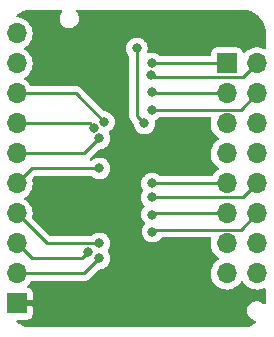
<source format=gbr>
%TF.GenerationSoftware,KiCad,Pcbnew,(6.0.9)*%
%TF.CreationDate,2022-12-02T16:15:21-08:00*%
%TF.ProjectId,Byte4066,42797465-3430-4363-962e-6b696361645f,rev?*%
%TF.SameCoordinates,Original*%
%TF.FileFunction,Copper,L2,Bot*%
%TF.FilePolarity,Positive*%
%FSLAX46Y46*%
G04 Gerber Fmt 4.6, Leading zero omitted, Abs format (unit mm)*
G04 Created by KiCad (PCBNEW (6.0.9)) date 2022-12-02 16:15:21*
%MOMM*%
%LPD*%
G01*
G04 APERTURE LIST*
%TA.AperFunction,ComponentPad*%
%ADD10R,1.700000X1.700000*%
%TD*%
%TA.AperFunction,ComponentPad*%
%ADD11O,1.700000X1.700000*%
%TD*%
%TA.AperFunction,ViaPad*%
%ADD12C,0.800000*%
%TD*%
%TA.AperFunction,Conductor*%
%ADD13C,0.250000*%
%TD*%
G04 APERTURE END LIST*
D10*
%TO.P,J2,1,Pin_1*%
%TO.N,/7A*%
X152400000Y-91440000D03*
D11*
%TO.P,J2,2,Pin_2*%
%TO.N,/7B*%
X154940000Y-91440000D03*
%TO.P,J2,3,Pin_3*%
%TO.N,/6A*%
X152400000Y-93980000D03*
%TO.P,J2,4,Pin_4*%
%TO.N,/6B*%
X154940000Y-93980000D03*
%TO.P,J2,5,Pin_5*%
%TO.N,/5A*%
X152400000Y-96520000D03*
%TO.P,J2,6,Pin_6*%
%TO.N,/5B*%
X154940000Y-96520000D03*
%TO.P,J2,7,Pin_7*%
%TO.N,/4A*%
X152400000Y-99060000D03*
%TO.P,J2,8,Pin_8*%
%TO.N,/4B*%
X154940000Y-99060000D03*
%TO.P,J2,9,Pin_9*%
%TO.N,/3A*%
X152400000Y-101600000D03*
%TO.P,J2,10,Pin_10*%
%TO.N,/3B*%
X154940000Y-101600000D03*
%TO.P,J2,11,Pin_11*%
%TO.N,/2A*%
X152400000Y-104140000D03*
%TO.P,J2,12,Pin_12*%
%TO.N,/2B*%
X154940000Y-104140000D03*
%TO.P,J2,13,Pin_13*%
%TO.N,/1A*%
X152400000Y-106680000D03*
%TO.P,J2,14,Pin_14*%
%TO.N,/1B*%
X154940000Y-106680000D03*
%TO.P,J2,15,Pin_15*%
%TO.N,/0A*%
X152400000Y-109220000D03*
%TO.P,J2,16,Pin_16*%
%TO.N,/0B*%
X154940000Y-109220000D03*
%TD*%
D10*
%TO.P,J1,1,Pin_1*%
%TO.N,GND*%
X134595000Y-111760000D03*
D11*
%TO.P,J1,2,Pin_2*%
%TO.N,/P0*%
X134595000Y-109220000D03*
%TO.P,J1,3,Pin_3*%
%TO.N,/P1*%
X134595000Y-106680000D03*
%TO.P,J1,4,Pin_4*%
%TO.N,/P2*%
X134595000Y-104140000D03*
%TO.P,J1,5,Pin_5*%
%TO.N,/P3*%
X134595000Y-101600000D03*
%TO.P,J1,6,Pin_6*%
%TO.N,/P4*%
X134595000Y-99060000D03*
%TO.P,J1,7,Pin_7*%
%TO.N,/P5*%
X134595000Y-96520000D03*
%TO.P,J1,8,Pin_8*%
%TO.N,/P6*%
X134595000Y-93980000D03*
%TO.P,J1,9,Pin_9*%
%TO.N,/P7*%
X134595000Y-91440000D03*
%TO.P,J1,10,Pin_10*%
%TO.N,VCC*%
X134595000Y-88900000D03*
%TD*%
D12*
%TO.N,/P3*%
X141605000Y-100330000D03*
%TO.N,/P6*%
X142004594Y-96387714D03*
%TO.N,/P4*%
X141605000Y-97790000D03*
%TO.N,/P5*%
X141131561Y-96874355D03*
%TO.N,VCC*%
X145415000Y-96520000D03*
X144780000Y-90170000D03*
%TO.N,/P1*%
X140683601Y-107413690D03*
%TO.N,/P2*%
X141605000Y-106680000D03*
%TO.N,/P0*%
X141605000Y-107950000D03*
%TO.N,/3A*%
X146050000Y-101600000D03*
%TO.N,/3B*%
X146050000Y-102780500D03*
%TO.N,/2A*%
X146050000Y-104229500D03*
%TO.N,/2B*%
X146099118Y-105678500D03*
%TO.N,/7A*%
X146050000Y-91440000D03*
%TO.N,/7B*%
X146000882Y-92441500D03*
%TO.N,/6A*%
X146050000Y-93890500D03*
%TO.N,/6B*%
X146050000Y-95339500D03*
%TD*%
D13*
%TO.N,/P5*%
X140777206Y-96520000D02*
X141131561Y-96874355D01*
%TO.N,/P6*%
X139596880Y-93980000D02*
X142004594Y-96387714D01*
X134595000Y-93980000D02*
X139596880Y-93980000D01*
%TO.N,/P5*%
X134595000Y-96520000D02*
X140777206Y-96520000D01*
%TO.N,/P1*%
X140147291Y-107950000D02*
X140683601Y-107413690D01*
X135865000Y-107950000D02*
X140147291Y-107950000D01*
X134595000Y-106680000D02*
X135865000Y-107950000D01*
%TO.N,/P3*%
X135865000Y-100330000D02*
X134595000Y-101600000D01*
X141605000Y-100330000D02*
X135865000Y-100330000D01*
%TO.N,/7A*%
X146050000Y-91440000D02*
X152400000Y-91440000D01*
%TO.N,/7B*%
X146000882Y-92441500D02*
X146174382Y-92615000D01*
X146174382Y-92615000D02*
X153765000Y-92615000D01*
X153765000Y-92615000D02*
X154940000Y-91440000D01*
%TO.N,/6A*%
X146050000Y-93890500D02*
X146139500Y-93980000D01*
X146139500Y-93980000D02*
X152400000Y-93980000D01*
%TO.N,/6B*%
X146050000Y-95339500D02*
X153580500Y-95339500D01*
X153580500Y-95339500D02*
X154940000Y-93980000D01*
%TO.N,/3A*%
X146050000Y-101600000D02*
X152400000Y-101600000D01*
%TO.N,/3B*%
X146050000Y-102780500D02*
X153759500Y-102780500D01*
X153759500Y-102780500D02*
X154940000Y-101600000D01*
%TO.N,/2A*%
X146050000Y-104229500D02*
X146139500Y-104140000D01*
X146139500Y-104140000D02*
X152400000Y-104140000D01*
%TO.N,/2B*%
X146099118Y-105678500D02*
X146272618Y-105505000D01*
X153575000Y-105505000D02*
X154940000Y-104140000D01*
X146272618Y-105505000D02*
X153575000Y-105505000D01*
%TO.N,/P4*%
X140335000Y-99060000D02*
X134595000Y-99060000D01*
X141605000Y-97790000D02*
X140335000Y-99060000D01*
%TO.N,/7B*%
X146179882Y-92620500D02*
X146000882Y-92441500D01*
%TO.N,VCC*%
X145415000Y-96520000D02*
X144780000Y-95885000D01*
X144780000Y-95885000D02*
X144780000Y-90170000D01*
%TO.N,/2B*%
X146278118Y-105499500D02*
X146099118Y-105678500D01*
%TO.N,/P2*%
X137135000Y-106680000D02*
X134595000Y-104140000D01*
X141605000Y-106680000D02*
X137135000Y-106680000D01*
%TO.N,/P0*%
X134595000Y-109220000D02*
X140335000Y-109220000D01*
X140335000Y-109220000D02*
X141605000Y-107950000D01*
%TD*%
%TA.AperFunction,Conductor*%
%TO.N,GND*%
G36*
X138418841Y-86888502D02*
G01*
X138465334Y-86942158D01*
X138475438Y-87012432D01*
X138445944Y-87077012D01*
X138437301Y-87086041D01*
X138431877Y-87091170D01*
X138330940Y-87239694D01*
X138264252Y-87406427D01*
X138263138Y-87413157D01*
X138263137Y-87413160D01*
X138238787Y-87560246D01*
X138234922Y-87583591D01*
X138235279Y-87590407D01*
X138235279Y-87590411D01*
X138238774Y-87657095D01*
X138244321Y-87762921D01*
X138292008Y-87936049D01*
X138375760Y-88094898D01*
X138491668Y-88232058D01*
X138497091Y-88236205D01*
X138497093Y-88236206D01*
X138628905Y-88336984D01*
X138628909Y-88336987D01*
X138634326Y-88341128D01*
X138640506Y-88344010D01*
X138640508Y-88344011D01*
X138790900Y-88414140D01*
X138790903Y-88414141D01*
X138797077Y-88417020D01*
X138803725Y-88418506D01*
X138803728Y-88418507D01*
X138967290Y-88455067D01*
X138967291Y-88455067D01*
X138972328Y-88456193D01*
X138977819Y-88456500D01*
X139109866Y-88456500D01*
X139243525Y-88441980D01*
X139326251Y-88414140D01*
X139407257Y-88386879D01*
X139407259Y-88386878D01*
X139413722Y-88384703D01*
X139567648Y-88292214D01*
X139572610Y-88287522D01*
X139693165Y-88173519D01*
X139693167Y-88173517D01*
X139698123Y-88168830D01*
X139799060Y-88020306D01*
X139865748Y-87853573D01*
X139880892Y-87762101D01*
X139893963Y-87683146D01*
X139893963Y-87683143D01*
X139895078Y-87676409D01*
X139894133Y-87658362D01*
X139886036Y-87503892D01*
X139885679Y-87497079D01*
X139837992Y-87323951D01*
X139754240Y-87165102D01*
X139730506Y-87137016D01*
X139678798Y-87075827D01*
X139650107Y-87010886D01*
X139661080Y-86940742D01*
X139708234Y-86887667D01*
X139775037Y-86868500D01*
X153620633Y-86868500D01*
X153640018Y-86870000D01*
X153654851Y-86872310D01*
X153654855Y-86872310D01*
X153663724Y-86873691D01*
X153672626Y-86872527D01*
X153672629Y-86872527D01*
X153680012Y-86871561D01*
X153704591Y-86870767D01*
X153731442Y-86872527D01*
X153926922Y-86885340D01*
X153943262Y-86887491D01*
X154065477Y-86911801D01*
X154187696Y-86936112D01*
X154203606Y-86940375D01*
X154439600Y-87020484D01*
X154454826Y-87026791D01*
X154678342Y-87137016D01*
X154692616Y-87145257D01*
X154899829Y-87283713D01*
X154912905Y-87293746D01*
X155100278Y-87458068D01*
X155111932Y-87469722D01*
X155276254Y-87657095D01*
X155286287Y-87670171D01*
X155424743Y-87877384D01*
X155432984Y-87891658D01*
X155543209Y-88115174D01*
X155549515Y-88130398D01*
X155629625Y-88366394D01*
X155633888Y-88382304D01*
X155645325Y-88439802D01*
X155682509Y-88626738D01*
X155684660Y-88643078D01*
X155698763Y-88858236D01*
X155697733Y-88881350D01*
X155697690Y-88884854D01*
X155696309Y-88893724D01*
X155697473Y-88902626D01*
X155697473Y-88902628D01*
X155700436Y-88925283D01*
X155701500Y-88941621D01*
X155701500Y-90095061D01*
X155681498Y-90163182D01*
X155627842Y-90209675D01*
X155557568Y-90219779D01*
X155514609Y-90205371D01*
X155498789Y-90196638D01*
X155493920Y-90194914D01*
X155493916Y-90194912D01*
X155293087Y-90123795D01*
X155293083Y-90123794D01*
X155288212Y-90122069D01*
X155283119Y-90121162D01*
X155283116Y-90121161D01*
X155073373Y-90083800D01*
X155073367Y-90083799D01*
X155068284Y-90082894D01*
X154994452Y-90081992D01*
X154850081Y-90080228D01*
X154850079Y-90080228D01*
X154844911Y-90080165D01*
X154624091Y-90113955D01*
X154411756Y-90183357D01*
X154213607Y-90286507D01*
X154209474Y-90289610D01*
X154209471Y-90289612D01*
X154039100Y-90417530D01*
X154034965Y-90420635D01*
X153978537Y-90479684D01*
X153954283Y-90505064D01*
X153892759Y-90540494D01*
X153821846Y-90537037D01*
X153764060Y-90495791D01*
X153745207Y-90462243D01*
X153703767Y-90351703D01*
X153700615Y-90343295D01*
X153613261Y-90226739D01*
X153496705Y-90139385D01*
X153360316Y-90088255D01*
X153298134Y-90081500D01*
X151501866Y-90081500D01*
X151439684Y-90088255D01*
X151303295Y-90139385D01*
X151186739Y-90226739D01*
X151099385Y-90343295D01*
X151048255Y-90479684D01*
X151041500Y-90541866D01*
X151041500Y-90680500D01*
X151021498Y-90748621D01*
X150967842Y-90795114D01*
X150915500Y-90806500D01*
X146758200Y-90806500D01*
X146690079Y-90786498D01*
X146670853Y-90770157D01*
X146670580Y-90770460D01*
X146665668Y-90766037D01*
X146661253Y-90761134D01*
X146506752Y-90648882D01*
X146500724Y-90646198D01*
X146500722Y-90646197D01*
X146338319Y-90573891D01*
X146338318Y-90573891D01*
X146332288Y-90571206D01*
X146210331Y-90545283D01*
X146151944Y-90532872D01*
X146151939Y-90532872D01*
X146145487Y-90531500D01*
X145954513Y-90531500D01*
X145948061Y-90532872D01*
X145948056Y-90532872D01*
X145806284Y-90563007D01*
X145735493Y-90557605D01*
X145678861Y-90514788D01*
X145654367Y-90448150D01*
X145660254Y-90400824D01*
X145671502Y-90366206D01*
X145673542Y-90359928D01*
X145674407Y-90351703D01*
X145692814Y-90176565D01*
X145693504Y-90170000D01*
X145673542Y-89980072D01*
X145614527Y-89798444D01*
X145519040Y-89633056D01*
X145491147Y-89602077D01*
X145395675Y-89496045D01*
X145395674Y-89496044D01*
X145391253Y-89491134D01*
X145268311Y-89401811D01*
X145242094Y-89382763D01*
X145242093Y-89382762D01*
X145236752Y-89378882D01*
X145230724Y-89376198D01*
X145230722Y-89376197D01*
X145068319Y-89303891D01*
X145068318Y-89303891D01*
X145062288Y-89301206D01*
X144968887Y-89281353D01*
X144881944Y-89262872D01*
X144881939Y-89262872D01*
X144875487Y-89261500D01*
X144684513Y-89261500D01*
X144678061Y-89262872D01*
X144678056Y-89262872D01*
X144591113Y-89281353D01*
X144497712Y-89301206D01*
X144491682Y-89303891D01*
X144491681Y-89303891D01*
X144329278Y-89376197D01*
X144329276Y-89376198D01*
X144323248Y-89378882D01*
X144317907Y-89382762D01*
X144317906Y-89382763D01*
X144291689Y-89401811D01*
X144168747Y-89491134D01*
X144164326Y-89496044D01*
X144164325Y-89496045D01*
X144068854Y-89602077D01*
X144040960Y-89633056D01*
X143945473Y-89798444D01*
X143886458Y-89980072D01*
X143866496Y-90170000D01*
X143867186Y-90176565D01*
X143885594Y-90351703D01*
X143886458Y-90359928D01*
X143945473Y-90541556D01*
X144040960Y-90706944D01*
X144114137Y-90788215D01*
X144144853Y-90852221D01*
X144146500Y-90872524D01*
X144146500Y-95806233D01*
X144145973Y-95817416D01*
X144144298Y-95824909D01*
X144144547Y-95832835D01*
X144144547Y-95832836D01*
X144146438Y-95892986D01*
X144146500Y-95896945D01*
X144146500Y-95924856D01*
X144146997Y-95928790D01*
X144146997Y-95928791D01*
X144147005Y-95928856D01*
X144147938Y-95940693D01*
X144149327Y-95984889D01*
X144154978Y-96004339D01*
X144158987Y-96023700D01*
X144159961Y-96031406D01*
X144161526Y-96043797D01*
X144164445Y-96051168D01*
X144164445Y-96051170D01*
X144177804Y-96084912D01*
X144181649Y-96096142D01*
X144191665Y-96130618D01*
X144193982Y-96138593D01*
X144198015Y-96145412D01*
X144198017Y-96145417D01*
X144204293Y-96156028D01*
X144212988Y-96173776D01*
X144220448Y-96192617D01*
X144225110Y-96199033D01*
X144225110Y-96199034D01*
X144246436Y-96228387D01*
X144252952Y-96238307D01*
X144265538Y-96259588D01*
X144275458Y-96276362D01*
X144289779Y-96290683D01*
X144302619Y-96305716D01*
X144314528Y-96322107D01*
X144320634Y-96327158D01*
X144348605Y-96350298D01*
X144357384Y-96358288D01*
X144467878Y-96468782D01*
X144501904Y-96531094D01*
X144504092Y-96544703D01*
X144521458Y-96709928D01*
X144580473Y-96891556D01*
X144583776Y-96897278D01*
X144583777Y-96897279D01*
X144602418Y-96929566D01*
X144675960Y-97056944D01*
X144680378Y-97061851D01*
X144680379Y-97061852D01*
X144780909Y-97173502D01*
X144803747Y-97198866D01*
X144958248Y-97311118D01*
X144964276Y-97313802D01*
X144964278Y-97313803D01*
X144989625Y-97325088D01*
X145132712Y-97388794D01*
X145219009Y-97407137D01*
X145313056Y-97427128D01*
X145313061Y-97427128D01*
X145319513Y-97428500D01*
X145510487Y-97428500D01*
X145516939Y-97427128D01*
X145516944Y-97427128D01*
X145610991Y-97407137D01*
X145697288Y-97388794D01*
X145840375Y-97325088D01*
X145865722Y-97313803D01*
X145865724Y-97313802D01*
X145871752Y-97311118D01*
X146026253Y-97198866D01*
X146049091Y-97173502D01*
X146149621Y-97061852D01*
X146149622Y-97061851D01*
X146154040Y-97056944D01*
X146227582Y-96929566D01*
X146246223Y-96897279D01*
X146246224Y-96897278D01*
X146249527Y-96891556D01*
X146308542Y-96709928D01*
X146328504Y-96520000D01*
X146326830Y-96504074D01*
X146309233Y-96336642D01*
X146309232Y-96336638D01*
X146308542Y-96330072D01*
X146307619Y-96327232D01*
X146312919Y-96257780D01*
X146355736Y-96201147D01*
X146379516Y-96187267D01*
X146500719Y-96133305D01*
X146500726Y-96133301D01*
X146506752Y-96130618D01*
X146562065Y-96090431D01*
X146653911Y-96023700D01*
X146661253Y-96018366D01*
X146665668Y-96013463D01*
X146670580Y-96009040D01*
X146671705Y-96010289D01*
X146725014Y-95977449D01*
X146758200Y-95973000D01*
X150976151Y-95973000D01*
X151044272Y-95993002D01*
X151090765Y-96046658D01*
X151100869Y-96116932D01*
X151097568Y-96132672D01*
X151060989Y-96264570D01*
X151037251Y-96486695D01*
X151050110Y-96709715D01*
X151051247Y-96714761D01*
X151051248Y-96714767D01*
X151075304Y-96821508D01*
X151099222Y-96927639D01*
X151183266Y-97134616D01*
X151222638Y-97198866D01*
X151297291Y-97320688D01*
X151299987Y-97325088D01*
X151446250Y-97493938D01*
X151618126Y-97636632D01*
X151667482Y-97665473D01*
X151691445Y-97679476D01*
X151740169Y-97731114D01*
X151753240Y-97800897D01*
X151726509Y-97866669D01*
X151686055Y-97900027D01*
X151673607Y-97906507D01*
X151669474Y-97909610D01*
X151669471Y-97909612D01*
X151499100Y-98037530D01*
X151494965Y-98040635D01*
X151340629Y-98202138D01*
X151214743Y-98386680D01*
X151197596Y-98423621D01*
X151126290Y-98577237D01*
X151120688Y-98589305D01*
X151060989Y-98804570D01*
X151037251Y-99026695D01*
X151050110Y-99249715D01*
X151051247Y-99254761D01*
X151051248Y-99254767D01*
X151075304Y-99361508D01*
X151099222Y-99467639D01*
X151183266Y-99674616D01*
X151234942Y-99758944D01*
X151297291Y-99860688D01*
X151299987Y-99865088D01*
X151446250Y-100033938D01*
X151618126Y-100176632D01*
X151688595Y-100217811D01*
X151691445Y-100219476D01*
X151740169Y-100271114D01*
X151753240Y-100340897D01*
X151726509Y-100406669D01*
X151686055Y-100440027D01*
X151673607Y-100446507D01*
X151669474Y-100449610D01*
X151669471Y-100449612D01*
X151499100Y-100577530D01*
X151494965Y-100580635D01*
X151340629Y-100742138D01*
X151337720Y-100746403D01*
X151337714Y-100746411D01*
X151225095Y-100911504D01*
X151170184Y-100956507D01*
X151121007Y-100966500D01*
X146758200Y-100966500D01*
X146690079Y-100946498D01*
X146670853Y-100930157D01*
X146670580Y-100930460D01*
X146665668Y-100926037D01*
X146661253Y-100921134D01*
X146628110Y-100897054D01*
X146512094Y-100812763D01*
X146512093Y-100812762D01*
X146506752Y-100808882D01*
X146500724Y-100806198D01*
X146500722Y-100806197D01*
X146338319Y-100733891D01*
X146338318Y-100733891D01*
X146332288Y-100731206D01*
X146219721Y-100707279D01*
X146151944Y-100692872D01*
X146151939Y-100692872D01*
X146145487Y-100691500D01*
X145954513Y-100691500D01*
X145948061Y-100692872D01*
X145948056Y-100692872D01*
X145880279Y-100707279D01*
X145767712Y-100731206D01*
X145761682Y-100733891D01*
X145761681Y-100733891D01*
X145599278Y-100806197D01*
X145599276Y-100806198D01*
X145593248Y-100808882D01*
X145438747Y-100921134D01*
X145434326Y-100926044D01*
X145434325Y-100926045D01*
X145356257Y-101012749D01*
X145310960Y-101063056D01*
X145307659Y-101068774D01*
X145233925Y-101196485D01*
X145215473Y-101228444D01*
X145156458Y-101410072D01*
X145136496Y-101600000D01*
X145137186Y-101606565D01*
X145143844Y-101669908D01*
X145156458Y-101789928D01*
X145215473Y-101971556D01*
X145218776Y-101977278D01*
X145218777Y-101977279D01*
X145305363Y-102127250D01*
X145322101Y-102196245D01*
X145305363Y-102253250D01*
X145215473Y-102408944D01*
X145156458Y-102590572D01*
X145155768Y-102597133D01*
X145155768Y-102597135D01*
X145142266Y-102725598D01*
X145136496Y-102780500D01*
X145137186Y-102787065D01*
X145147307Y-102883357D01*
X145156458Y-102970428D01*
X145215473Y-103152056D01*
X145310960Y-103317444D01*
X145315378Y-103322351D01*
X145315379Y-103322352D01*
X145403923Y-103420690D01*
X145434641Y-103484697D01*
X145425876Y-103555151D01*
X145403923Y-103589310D01*
X145348012Y-103651406D01*
X145310960Y-103692556D01*
X145215473Y-103857944D01*
X145156458Y-104039572D01*
X145136496Y-104229500D01*
X145156458Y-104419428D01*
X145215473Y-104601056D01*
X145310960Y-104766444D01*
X145315378Y-104771351D01*
X145315379Y-104771352D01*
X145428482Y-104896966D01*
X145459200Y-104960973D01*
X145450435Y-105031427D01*
X145428485Y-105065582D01*
X145360078Y-105141556D01*
X145264591Y-105306944D01*
X145205576Y-105488572D01*
X145204886Y-105495133D01*
X145204886Y-105495135D01*
X145199095Y-105550238D01*
X145185614Y-105678500D01*
X145186304Y-105685065D01*
X145199418Y-105809834D01*
X145205576Y-105868428D01*
X145264591Y-106050056D01*
X145360078Y-106215444D01*
X145364496Y-106220351D01*
X145364497Y-106220352D01*
X145483443Y-106352455D01*
X145487865Y-106357366D01*
X145642366Y-106469618D01*
X145648394Y-106472302D01*
X145648396Y-106472303D01*
X145703047Y-106496635D01*
X145816830Y-106547294D01*
X145910231Y-106567147D01*
X145997174Y-106585628D01*
X145997179Y-106585628D01*
X146003631Y-106587000D01*
X146194605Y-106587000D01*
X146201057Y-106585628D01*
X146201062Y-106585628D01*
X146288006Y-106567147D01*
X146381406Y-106547294D01*
X146495189Y-106496635D01*
X146549840Y-106472303D01*
X146549842Y-106472302D01*
X146555870Y-106469618D01*
X146710371Y-106357366D01*
X146714793Y-106352455D01*
X146833739Y-106220352D01*
X146833740Y-106220351D01*
X146838158Y-106215444D01*
X146846211Y-106201496D01*
X146897594Y-106152505D01*
X146955328Y-106138500D01*
X150974626Y-106138500D01*
X151042747Y-106158502D01*
X151089240Y-106212158D01*
X151099344Y-106282432D01*
X151096045Y-106298164D01*
X151060989Y-106424570D01*
X151037251Y-106646695D01*
X151037548Y-106651848D01*
X151037548Y-106651851D01*
X151043011Y-106746590D01*
X151050110Y-106869715D01*
X151051247Y-106874761D01*
X151051248Y-106874767D01*
X151071119Y-106962939D01*
X151099222Y-107087639D01*
X151149363Y-107211123D01*
X151180964Y-107288946D01*
X151183266Y-107294616D01*
X151234942Y-107378944D01*
X151297291Y-107480688D01*
X151299987Y-107485088D01*
X151446250Y-107653938D01*
X151618126Y-107796632D01*
X151688595Y-107837811D01*
X151691445Y-107839476D01*
X151740169Y-107891114D01*
X151753240Y-107960897D01*
X151726509Y-108026669D01*
X151686055Y-108060027D01*
X151673607Y-108066507D01*
X151669474Y-108069610D01*
X151669471Y-108069612D01*
X151499100Y-108197530D01*
X151494965Y-108200635D01*
X151340629Y-108362138D01*
X151214743Y-108546680D01*
X151197652Y-108583500D01*
X151126290Y-108737237D01*
X151120688Y-108749305D01*
X151060989Y-108964570D01*
X151037251Y-109186695D01*
X151050110Y-109409715D01*
X151051247Y-109414761D01*
X151051248Y-109414767D01*
X151075304Y-109521508D01*
X151099222Y-109627639D01*
X151159014Y-109774890D01*
X151176662Y-109818351D01*
X151183266Y-109834616D01*
X151232285Y-109914608D01*
X151297291Y-110020688D01*
X151299987Y-110025088D01*
X151446250Y-110193938D01*
X151618126Y-110336632D01*
X151811000Y-110449338D01*
X152019692Y-110529030D01*
X152024760Y-110530061D01*
X152024763Y-110530062D01*
X152082040Y-110541715D01*
X152238597Y-110573567D01*
X152243772Y-110573757D01*
X152243774Y-110573757D01*
X152456673Y-110581564D01*
X152456677Y-110581564D01*
X152461837Y-110581753D01*
X152466957Y-110581097D01*
X152466959Y-110581097D01*
X152678288Y-110554025D01*
X152678289Y-110554025D01*
X152683416Y-110553368D01*
X152688366Y-110551883D01*
X152892429Y-110490661D01*
X152892434Y-110490659D01*
X152897384Y-110489174D01*
X153097994Y-110390896D01*
X153279860Y-110261173D01*
X153304323Y-110236796D01*
X153434435Y-110107137D01*
X153438096Y-110103489D01*
X153497594Y-110020689D01*
X153568453Y-109922077D01*
X153569776Y-109923028D01*
X153616645Y-109879857D01*
X153686580Y-109867625D01*
X153752026Y-109895144D01*
X153779875Y-109926994D01*
X153839987Y-110025088D01*
X153986250Y-110193938D01*
X154158126Y-110336632D01*
X154351000Y-110449338D01*
X154559692Y-110529030D01*
X154564760Y-110530061D01*
X154564763Y-110530062D01*
X154622040Y-110541715D01*
X154778597Y-110573567D01*
X154783772Y-110573757D01*
X154783774Y-110573757D01*
X154996673Y-110581564D01*
X154996677Y-110581564D01*
X155001837Y-110581753D01*
X155006957Y-110581097D01*
X155006959Y-110581097D01*
X155218288Y-110554025D01*
X155218289Y-110554025D01*
X155223416Y-110553368D01*
X155228366Y-110551883D01*
X155432429Y-110490661D01*
X155432434Y-110490659D01*
X155437384Y-110489174D01*
X155520070Y-110448666D01*
X155590041Y-110436660D01*
X155655398Y-110464390D01*
X155695388Y-110523052D01*
X155701500Y-110561818D01*
X155701500Y-111681866D01*
X155681498Y-111749987D01*
X155627842Y-111796480D01*
X155557568Y-111806584D01*
X155498971Y-111781962D01*
X155376095Y-111688017D01*
X155370674Y-111683872D01*
X155364494Y-111680990D01*
X155364492Y-111680989D01*
X155214100Y-111610860D01*
X155214097Y-111610859D01*
X155207923Y-111607980D01*
X155201275Y-111606494D01*
X155201272Y-111606493D01*
X155037710Y-111569933D01*
X155037709Y-111569933D01*
X155032672Y-111568807D01*
X155027181Y-111568500D01*
X154895134Y-111568500D01*
X154761475Y-111583020D01*
X154691726Y-111606493D01*
X154597743Y-111638121D01*
X154597741Y-111638122D01*
X154591278Y-111640297D01*
X154437352Y-111732786D01*
X154432392Y-111737477D01*
X154432390Y-111737478D01*
X154359313Y-111806584D01*
X154306877Y-111856170D01*
X154205940Y-112004694D01*
X154139252Y-112171427D01*
X154138138Y-112178157D01*
X154138137Y-112178160D01*
X154111037Y-112341854D01*
X154109922Y-112348591D01*
X154119321Y-112527921D01*
X154167008Y-112701049D01*
X154250760Y-112859898D01*
X154366668Y-112997058D01*
X154372091Y-113001205D01*
X154372093Y-113001206D01*
X154503905Y-113101984D01*
X154503909Y-113101987D01*
X154509326Y-113106128D01*
X154515506Y-113109010D01*
X154515508Y-113109011D01*
X154665900Y-113179140D01*
X154665903Y-113179141D01*
X154672077Y-113182020D01*
X154678723Y-113183505D01*
X154678736Y-113183510D01*
X154773352Y-113204659D01*
X154835469Y-113239039D01*
X154869138Y-113301545D01*
X154863668Y-113372330D01*
X154815869Y-113432388D01*
X154740487Y-113482757D01*
X154692616Y-113514743D01*
X154678342Y-113522984D01*
X154454826Y-113633209D01*
X154439602Y-113639515D01*
X154203606Y-113719625D01*
X154187696Y-113723888D01*
X154065477Y-113748199D01*
X153943262Y-113772509D01*
X153926922Y-113774660D01*
X153778134Y-113784413D01*
X153711763Y-113788763D01*
X153688650Y-113787733D01*
X153685146Y-113787690D01*
X153676276Y-113786309D01*
X153667374Y-113787473D01*
X153667372Y-113787473D01*
X153653915Y-113789233D01*
X153644714Y-113790436D01*
X153628379Y-113791500D01*
X135939367Y-113791500D01*
X135919982Y-113790000D01*
X135905149Y-113787690D01*
X135905145Y-113787690D01*
X135896276Y-113786309D01*
X135887374Y-113787473D01*
X135887371Y-113787473D01*
X135879988Y-113788439D01*
X135855409Y-113789233D01*
X135810799Y-113786309D01*
X135633078Y-113774660D01*
X135616738Y-113772509D01*
X135494523Y-113748199D01*
X135372304Y-113723888D01*
X135356394Y-113719625D01*
X135120398Y-113639515D01*
X135105174Y-113633209D01*
X134881658Y-113522984D01*
X134867384Y-113514743D01*
X134660171Y-113376287D01*
X134647097Y-113366255D01*
X134615713Y-113338733D01*
X134577684Y-113278781D01*
X134578106Y-113207785D01*
X134616843Y-113148288D01*
X134681597Y-113119178D01*
X134698789Y-113118000D01*
X135489669Y-113117999D01*
X135496490Y-113117629D01*
X135547352Y-113112105D01*
X135562604Y-113108479D01*
X135683054Y-113063324D01*
X135698649Y-113054786D01*
X135800724Y-112978285D01*
X135813285Y-112965724D01*
X135889786Y-112863649D01*
X135898324Y-112848054D01*
X135943478Y-112727606D01*
X135947105Y-112712351D01*
X135952631Y-112661486D01*
X135953000Y-112654672D01*
X135953000Y-112032115D01*
X135948525Y-112016876D01*
X135947135Y-112015671D01*
X135939452Y-112014000D01*
X134467000Y-112014000D01*
X134398879Y-111993998D01*
X134352386Y-111940342D01*
X134341000Y-111888000D01*
X134341000Y-111632000D01*
X134361002Y-111563879D01*
X134414658Y-111517386D01*
X134467000Y-111506000D01*
X135934884Y-111506000D01*
X135950123Y-111501525D01*
X135951328Y-111500135D01*
X135952999Y-111492452D01*
X135952999Y-110865331D01*
X135952629Y-110858510D01*
X135947105Y-110807648D01*
X135943479Y-110792396D01*
X135898324Y-110671946D01*
X135889786Y-110656351D01*
X135813285Y-110554276D01*
X135800724Y-110541715D01*
X135698649Y-110465214D01*
X135683054Y-110456676D01*
X135572813Y-110415348D01*
X135516049Y-110372706D01*
X135491349Y-110306145D01*
X135506557Y-110236796D01*
X135528104Y-110208115D01*
X135629430Y-110107144D01*
X135629440Y-110107132D01*
X135633096Y-110103489D01*
X135692594Y-110020689D01*
X135760435Y-109926277D01*
X135763453Y-109922077D01*
X135765746Y-109917437D01*
X135767446Y-109914608D01*
X135819674Y-109866518D01*
X135875451Y-109853500D01*
X140256233Y-109853500D01*
X140267416Y-109854027D01*
X140274909Y-109855702D01*
X140282835Y-109855453D01*
X140282836Y-109855453D01*
X140342986Y-109853562D01*
X140346945Y-109853500D01*
X140374856Y-109853500D01*
X140378791Y-109853003D01*
X140378856Y-109852995D01*
X140390693Y-109852062D01*
X140422951Y-109851048D01*
X140426970Y-109850922D01*
X140434889Y-109850673D01*
X140454343Y-109845021D01*
X140473700Y-109841013D01*
X140485930Y-109839468D01*
X140485931Y-109839468D01*
X140493797Y-109838474D01*
X140501168Y-109835555D01*
X140501170Y-109835555D01*
X140534912Y-109822196D01*
X140546142Y-109818351D01*
X140580983Y-109808229D01*
X140580984Y-109808229D01*
X140588593Y-109806018D01*
X140595412Y-109801985D01*
X140595417Y-109801983D01*
X140606028Y-109795707D01*
X140623776Y-109787012D01*
X140642617Y-109779552D01*
X140678387Y-109753564D01*
X140688307Y-109747048D01*
X140719535Y-109728580D01*
X140719538Y-109728578D01*
X140726362Y-109724542D01*
X140740683Y-109710221D01*
X140755717Y-109697380D01*
X140765694Y-109690131D01*
X140772107Y-109685472D01*
X140800298Y-109651395D01*
X140808288Y-109642616D01*
X141555499Y-108895405D01*
X141617811Y-108861379D01*
X141644594Y-108858500D01*
X141700487Y-108858500D01*
X141706939Y-108857128D01*
X141706944Y-108857128D01*
X141793887Y-108838647D01*
X141887288Y-108818794D01*
X141893319Y-108816109D01*
X142055722Y-108743803D01*
X142055724Y-108743802D01*
X142061752Y-108741118D01*
X142075120Y-108731406D01*
X142117157Y-108700864D01*
X142216253Y-108628866D01*
X142220675Y-108623955D01*
X142339621Y-108491852D01*
X142339622Y-108491851D01*
X142344040Y-108486944D01*
X142416097Y-108362138D01*
X142436223Y-108327279D01*
X142436224Y-108327278D01*
X142439527Y-108321556D01*
X142498542Y-108139928D01*
X142504620Y-108082104D01*
X142517814Y-107956565D01*
X142518504Y-107950000D01*
X142498542Y-107760072D01*
X142439527Y-107578444D01*
X142344040Y-107413056D01*
X142331662Y-107399309D01*
X142300946Y-107335303D01*
X142309710Y-107264850D01*
X142331661Y-107230693D01*
X142344040Y-107216944D01*
X142415931Y-107092425D01*
X142436223Y-107057279D01*
X142436224Y-107057278D01*
X142439527Y-107051556D01*
X142498542Y-106869928D01*
X142511157Y-106749908D01*
X142517814Y-106686565D01*
X142518504Y-106680000D01*
X142514464Y-106641562D01*
X142499232Y-106496635D01*
X142499232Y-106496633D01*
X142498542Y-106490072D01*
X142439527Y-106308444D01*
X142344040Y-106143056D01*
X142337393Y-106135673D01*
X142220675Y-106006045D01*
X142220674Y-106006044D01*
X142216253Y-106001134D01*
X142061752Y-105888882D01*
X142055724Y-105886198D01*
X142055722Y-105886197D01*
X141893319Y-105813891D01*
X141893318Y-105813891D01*
X141887288Y-105811206D01*
X141793888Y-105791353D01*
X141706944Y-105772872D01*
X141706939Y-105772872D01*
X141700487Y-105771500D01*
X141509513Y-105771500D01*
X141503061Y-105772872D01*
X141503056Y-105772872D01*
X141416113Y-105791353D01*
X141322712Y-105811206D01*
X141316682Y-105813891D01*
X141316681Y-105813891D01*
X141154278Y-105886197D01*
X141154276Y-105886198D01*
X141148248Y-105888882D01*
X140993747Y-106001134D01*
X140989332Y-106006037D01*
X140984420Y-106010460D01*
X140983295Y-106009211D01*
X140929986Y-106042051D01*
X140896800Y-106046500D01*
X137449595Y-106046500D01*
X137381474Y-106026498D01*
X137360500Y-106009595D01*
X135946218Y-104595313D01*
X135912192Y-104533001D01*
X135914755Y-104469589D01*
X135925865Y-104433022D01*
X135927370Y-104428069D01*
X135956529Y-104206590D01*
X135958156Y-104140000D01*
X135939852Y-103917361D01*
X135885431Y-103700702D01*
X135796354Y-103495840D01*
X135684120Y-103322352D01*
X135677822Y-103312617D01*
X135677820Y-103312614D01*
X135675014Y-103308277D01*
X135524670Y-103143051D01*
X135520619Y-103139852D01*
X135520615Y-103139848D01*
X135353414Y-103007800D01*
X135353410Y-103007798D01*
X135349359Y-103004598D01*
X135308053Y-102981796D01*
X135258084Y-102931364D01*
X135243312Y-102861921D01*
X135268428Y-102795516D01*
X135295780Y-102768909D01*
X135356500Y-102725598D01*
X135474860Y-102641173D01*
X135633096Y-102483489D01*
X135763453Y-102302077D01*
X135845067Y-102136944D01*
X135860136Y-102106453D01*
X135860137Y-102106451D01*
X135862430Y-102101811D01*
X135927370Y-101888069D01*
X135956529Y-101666590D01*
X135958156Y-101600000D01*
X135939852Y-101377361D01*
X135911821Y-101265765D01*
X135914625Y-101194823D01*
X135944930Y-101145974D01*
X136090499Y-101000405D01*
X136152811Y-100966379D01*
X136179594Y-100963500D01*
X140896800Y-100963500D01*
X140964921Y-100983502D01*
X140984147Y-100999843D01*
X140984420Y-100999540D01*
X140989332Y-101003963D01*
X140993747Y-101008866D01*
X141015329Y-101024546D01*
X141134881Y-101111406D01*
X141148248Y-101121118D01*
X141154276Y-101123802D01*
X141154278Y-101123803D01*
X141313793Y-101194823D01*
X141322712Y-101198794D01*
X141416112Y-101218647D01*
X141503056Y-101237128D01*
X141503061Y-101237128D01*
X141509513Y-101238500D01*
X141700487Y-101238500D01*
X141706939Y-101237128D01*
X141706944Y-101237128D01*
X141793887Y-101218647D01*
X141887288Y-101198794D01*
X141896207Y-101194823D01*
X142055722Y-101123803D01*
X142055724Y-101123802D01*
X142061752Y-101121118D01*
X142075120Y-101111406D01*
X142148422Y-101058148D01*
X142216253Y-101008866D01*
X142239091Y-100983502D01*
X142339621Y-100871852D01*
X142339622Y-100871851D01*
X142344040Y-100866944D01*
X142416097Y-100742138D01*
X142436223Y-100707279D01*
X142436224Y-100707278D01*
X142439527Y-100701556D01*
X142498542Y-100519928D01*
X142504620Y-100462104D01*
X142517814Y-100336565D01*
X142518504Y-100330000D01*
X142498542Y-100140072D01*
X142439527Y-99958444D01*
X142344040Y-99793056D01*
X142316147Y-99762077D01*
X142220675Y-99656045D01*
X142220674Y-99656044D01*
X142216253Y-99651134D01*
X142093311Y-99561811D01*
X142067094Y-99542763D01*
X142067093Y-99542762D01*
X142061752Y-99538882D01*
X142055724Y-99536198D01*
X142055722Y-99536197D01*
X141893319Y-99463891D01*
X141893318Y-99463891D01*
X141887288Y-99461206D01*
X141793887Y-99441353D01*
X141706944Y-99422872D01*
X141706939Y-99422872D01*
X141700487Y-99421500D01*
X141509513Y-99421500D01*
X141503061Y-99422872D01*
X141503056Y-99422872D01*
X141416113Y-99441353D01*
X141322712Y-99461206D01*
X141316682Y-99463891D01*
X141316681Y-99463891D01*
X141154278Y-99536197D01*
X141154276Y-99536198D01*
X141148248Y-99538882D01*
X141142907Y-99542762D01*
X141142906Y-99542763D01*
X140994515Y-99650576D01*
X140927647Y-99674434D01*
X140858496Y-99658354D01*
X140809016Y-99607440D01*
X140794916Y-99537858D01*
X140820674Y-99471699D01*
X140831359Y-99459545D01*
X141555499Y-98735405D01*
X141617811Y-98701379D01*
X141644594Y-98698500D01*
X141700487Y-98698500D01*
X141706939Y-98697128D01*
X141706944Y-98697128D01*
X141793887Y-98678647D01*
X141887288Y-98658794D01*
X141893319Y-98656109D01*
X142055722Y-98583803D01*
X142055724Y-98583802D01*
X142061752Y-98581118D01*
X142075120Y-98571406D01*
X142117157Y-98540864D01*
X142216253Y-98468866D01*
X142220675Y-98463955D01*
X142339621Y-98331852D01*
X142339622Y-98331851D01*
X142344040Y-98326944D01*
X142416097Y-98202138D01*
X142436223Y-98167279D01*
X142436224Y-98167278D01*
X142439527Y-98161556D01*
X142498542Y-97979928D01*
X142504620Y-97922104D01*
X142517814Y-97796565D01*
X142518504Y-97790000D01*
X142498542Y-97600072D01*
X142439527Y-97418444D01*
X142403881Y-97356703D01*
X142387144Y-97287708D01*
X142410365Y-97220616D01*
X142450001Y-97184585D01*
X142455314Y-97181518D01*
X142461346Y-97178832D01*
X142615847Y-97066580D01*
X142743634Y-96924658D01*
X142839121Y-96759270D01*
X142898136Y-96577642D01*
X142903505Y-96526565D01*
X142917408Y-96394279D01*
X142918098Y-96387714D01*
X142914563Y-96354077D01*
X142898826Y-96204349D01*
X142898826Y-96204347D01*
X142898136Y-96197786D01*
X142839121Y-96016158D01*
X142835012Y-96009040D01*
X142788717Y-95928856D01*
X142743634Y-95850770D01*
X142615847Y-95708848D01*
X142461346Y-95596596D01*
X142455318Y-95593912D01*
X142455316Y-95593911D01*
X142292913Y-95521605D01*
X142292912Y-95521605D01*
X142286882Y-95518920D01*
X142193481Y-95499067D01*
X142106538Y-95480586D01*
X142106533Y-95480586D01*
X142100081Y-95479214D01*
X142044188Y-95479214D01*
X141976067Y-95459212D01*
X141955093Y-95442309D01*
X140100532Y-93587747D01*
X140092992Y-93579461D01*
X140088880Y-93572982D01*
X140039228Y-93526356D01*
X140036387Y-93523602D01*
X140016650Y-93503865D01*
X140013453Y-93501385D01*
X140004431Y-93493680D01*
X139972201Y-93463414D01*
X139965255Y-93459595D01*
X139965252Y-93459593D01*
X139954446Y-93453652D01*
X139937927Y-93442801D01*
X139937463Y-93442441D01*
X139921921Y-93430386D01*
X139914652Y-93427241D01*
X139914648Y-93427238D01*
X139881343Y-93412826D01*
X139870693Y-93407609D01*
X139831940Y-93386305D01*
X139812317Y-93381267D01*
X139793614Y-93374863D01*
X139782300Y-93369967D01*
X139782299Y-93369967D01*
X139775025Y-93366819D01*
X139767202Y-93365580D01*
X139767192Y-93365577D01*
X139731356Y-93359901D01*
X139719736Y-93357495D01*
X139684591Y-93348472D01*
X139684590Y-93348472D01*
X139676910Y-93346500D01*
X139656656Y-93346500D01*
X139636945Y-93344949D01*
X139624766Y-93343020D01*
X139616937Y-93341780D01*
X139609045Y-93342526D01*
X139572919Y-93345941D01*
X139561061Y-93346500D01*
X135871805Y-93346500D01*
X135803684Y-93326498D01*
X135766013Y-93288940D01*
X135677822Y-93152617D01*
X135677820Y-93152614D01*
X135675014Y-93148277D01*
X135524670Y-92983051D01*
X135520619Y-92979852D01*
X135520615Y-92979848D01*
X135353414Y-92847800D01*
X135353410Y-92847798D01*
X135349359Y-92844598D01*
X135308053Y-92821796D01*
X135258084Y-92771364D01*
X135243312Y-92701921D01*
X135268428Y-92635516D01*
X135295780Y-92608909D01*
X135356500Y-92565598D01*
X135474860Y-92481173D01*
X135633096Y-92323489D01*
X135763453Y-92142077D01*
X135862430Y-91941811D01*
X135927370Y-91728069D01*
X135956529Y-91506590D01*
X135958156Y-91440000D01*
X135939852Y-91217361D01*
X135885431Y-91000702D01*
X135796354Y-90795840D01*
X135756906Y-90734862D01*
X135677822Y-90612617D01*
X135677820Y-90612614D01*
X135675014Y-90608277D01*
X135524670Y-90443051D01*
X135520619Y-90439852D01*
X135520615Y-90439848D01*
X135353414Y-90307800D01*
X135353410Y-90307798D01*
X135349359Y-90304598D01*
X135308053Y-90281796D01*
X135258084Y-90231364D01*
X135243312Y-90161921D01*
X135268428Y-90095516D01*
X135295780Y-90068909D01*
X135420325Y-89980072D01*
X135474860Y-89941173D01*
X135633096Y-89783489D01*
X135763453Y-89602077D01*
X135862430Y-89401811D01*
X135927370Y-89188069D01*
X135956529Y-88966590D01*
X135957139Y-88941621D01*
X135958074Y-88903365D01*
X135958074Y-88903361D01*
X135958156Y-88900000D01*
X135939852Y-88677361D01*
X135885431Y-88460702D01*
X135796354Y-88255840D01*
X135675014Y-88068277D01*
X135524670Y-87903051D01*
X135520619Y-87899852D01*
X135520615Y-87899848D01*
X135353414Y-87767800D01*
X135353410Y-87767798D01*
X135349359Y-87764598D01*
X135333980Y-87756108D01*
X135189604Y-87676409D01*
X135153789Y-87656638D01*
X135148920Y-87654914D01*
X135148916Y-87654912D01*
X134948087Y-87583795D01*
X134948083Y-87583794D01*
X134943212Y-87582069D01*
X134938119Y-87581162D01*
X134938116Y-87581161D01*
X134728373Y-87543800D01*
X134728367Y-87543799D01*
X134723284Y-87542894D01*
X134696593Y-87542568D01*
X134628722Y-87521735D01*
X134582888Y-87467516D01*
X134573643Y-87397123D01*
X134603922Y-87332908D01*
X134615055Y-87321845D01*
X134647096Y-87293746D01*
X134660171Y-87283713D01*
X134867384Y-87145257D01*
X134881658Y-87137016D01*
X135105174Y-87026791D01*
X135120400Y-87020484D01*
X135356394Y-86940375D01*
X135372304Y-86936112D01*
X135494522Y-86911801D01*
X135616738Y-86887491D01*
X135633078Y-86885340D01*
X135786296Y-86875297D01*
X135848237Y-86871237D01*
X135871350Y-86872267D01*
X135874854Y-86872310D01*
X135883724Y-86873691D01*
X135892626Y-86872527D01*
X135892628Y-86872527D01*
X135909449Y-86870327D01*
X135915286Y-86869564D01*
X135931621Y-86868500D01*
X138350720Y-86868500D01*
X138418841Y-86888502D01*
G37*
%TD.AperFunction*%
%TD*%
M02*

</source>
